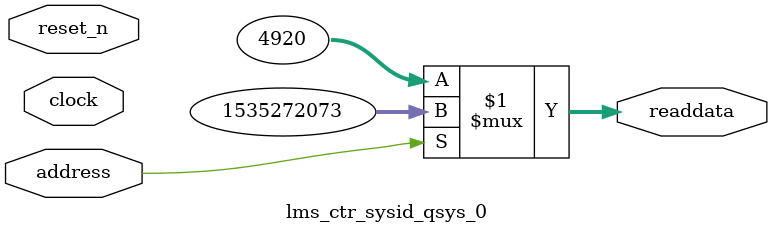
<source format=v>



// synthesis translate_off
`timescale 1ns / 1ps
// synthesis translate_on

// turn off superfluous verilog processor warnings 
// altera message_level Level1 
// altera message_off 10034 10035 10036 10037 10230 10240 10030 

module lms_ctr_sysid_qsys_0 (
               // inputs:
                address,
                clock,
                reset_n,

               // outputs:
                readdata
             )
;

  output  [ 31: 0] readdata;
  input            address;
  input            clock;
  input            reset_n;

  wire    [ 31: 0] readdata;
  //control_slave, which is an e_avalon_slave
  assign readdata = address ? 1535272073 : 4920;

endmodule



</source>
